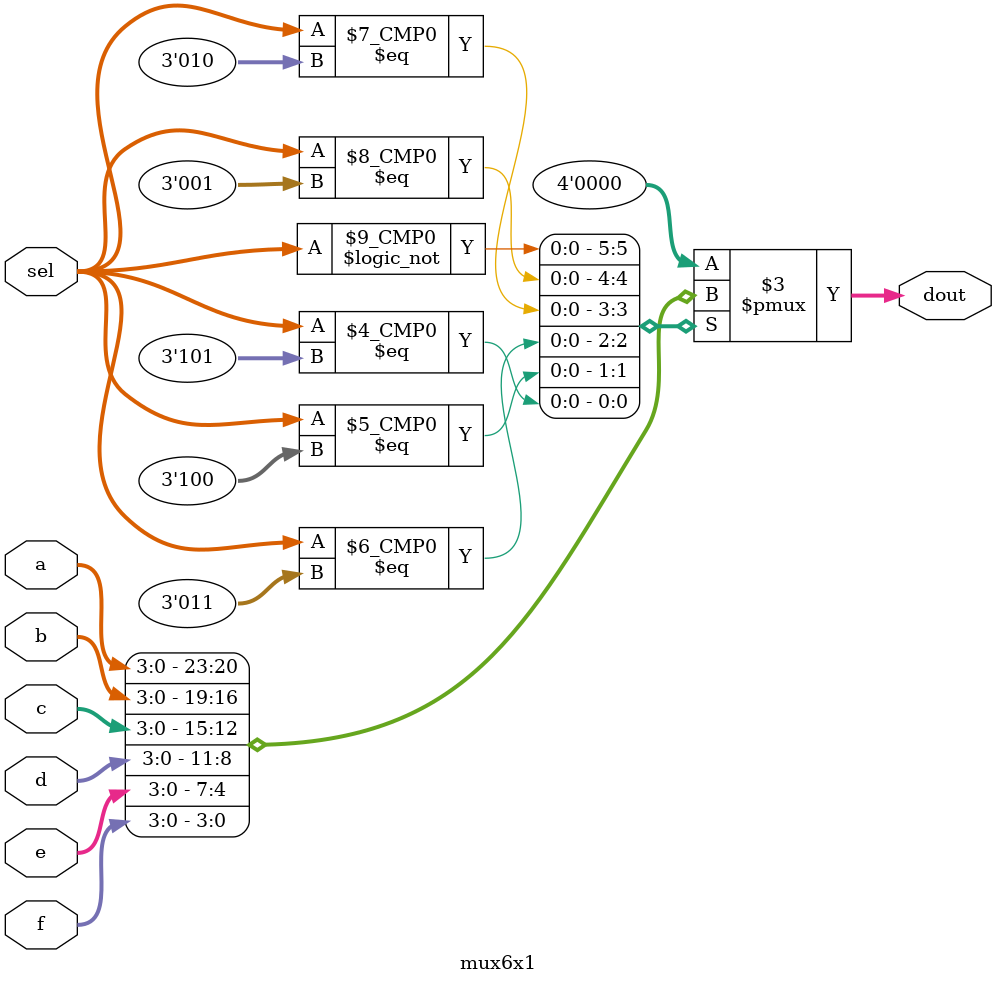
<source format=sv>
/*
 * Copyright (c) 2024 Caio Alonso da Costa
 * SPDX-License-Identifier: Apache-2.0
 */

module mux6x1 (sel, a, b, c, d, e, f, dout);

  input logic [2:0] sel;
  input logic [3:0] a, b, c, d, e, f;
  output logic [3:0] dout;
  
  // Implement logical operation based on selection
  always_comb begin

    case (sel)
      
      3'b000: begin
        dout = a;
      end

      3'b001: begin
        dout = b;
      end

      3'b010: begin
        dout = c;
      end

      3'b011: begin
        dout = d;
      end
      
      3'b100: begin
        dout = e;
      end

      3'b101: begin
        dout = f;
      end

      default : begin
        dout = '0;
      end
      
    endcase

  end

endmodule

</source>
